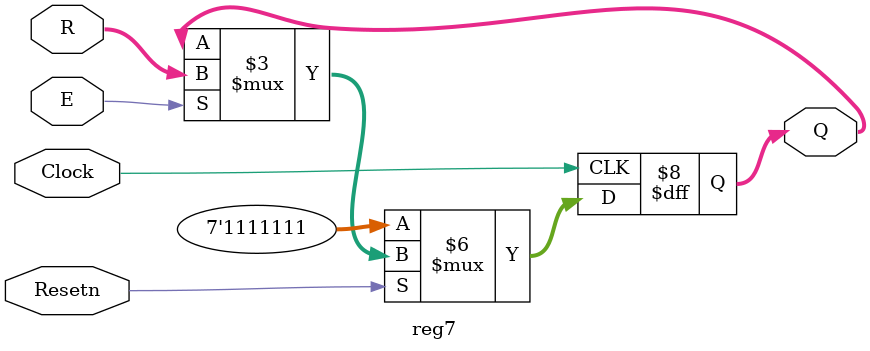
<source format=v>
module seg7 (Data, Addr, Sel, Resetn, Clock, H5, H4, H3, H2, H1, H0);
    input [6:0] Data;
    input [2:0] Addr;
    input Sel, Resetn, Clock;
    output [6:0] H5, H4, H3, H2, H1, H0;

    wire [6:0] nData;
    assign nData = ~Data;

    reg7 reg_R0 (nData, Clock, Resetn, Sel & (Addr == 3'b000), H0);
    // ... fill in the rest of the code for ports H1, ..., H5
endmodule

module reg7 (R, Clock, Resetn, E, Q);
    parameter n = 7;
    input [n-1:0] R;
    input Clock, Resetn, E;
    output [n-1:0] Q;
    reg [n-1:0] Q;	
	
    always @(posedge Clock)
        if (Resetn == 0)
            Q <= {n{1'b1}};  // turn OFF all segments on reset
        else if (E)
            Q <= R;
endmodule

</source>
